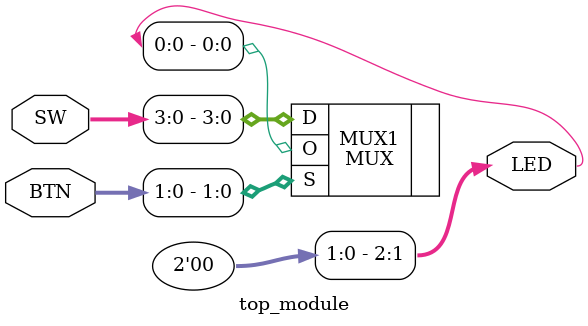
<source format=v>
`timescale 1ns / 1ps

module top_module(
input [7:0] SW,
input [3:0] BTN,
output [2:0] LED
    );
    
MUX MUX1 (.D(SW[3:0]),.S(BTN[1:0]),.O(LED[0]));
assign LED[2:1] = 1'b0;

endmodule

</source>
